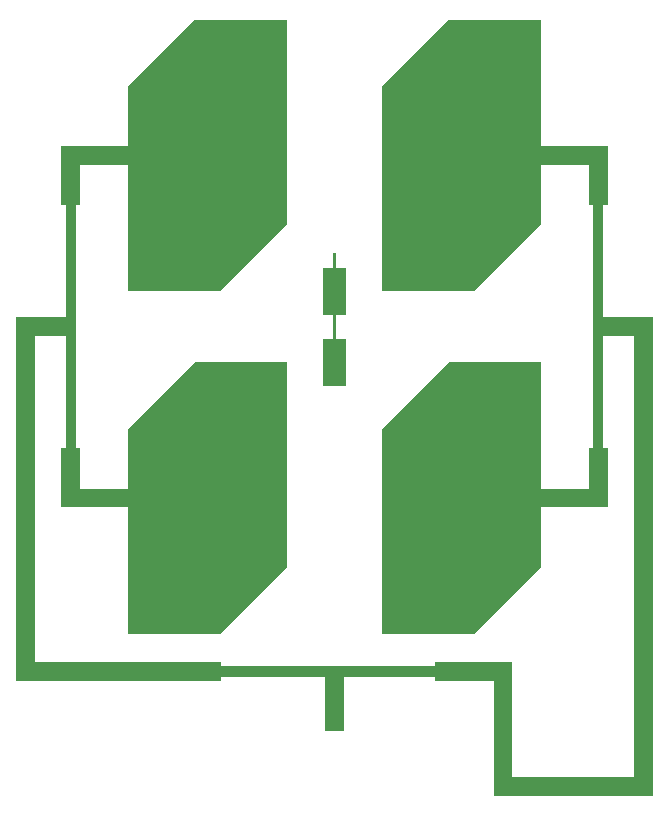
<source format=gbr>
G04 =======================================* 
G04 File Format: RS-274X * 
G04 Date:        April 12 2023 * 
G04 Time:        09:41:58 * 
G04 =======================================* 
G04 Format description *** 
G04 Code:          ASCII * 
G04 Unit:          Millimeter * 
G04 Coordinates:   Absolut * 
G04 Digits:        3.3-format * 
G04 Zeros skipped: Leading zeros omitted * 
G04 =======================================* 
%FSLAX33Y33*%
%MOMM*%
G90*
G71*
%LPD*%
G36*
G01X15070Y-30600D02*
G01X15070Y-20900D01*
G01X8470Y-20900D01*
G01X8470Y-21250D01*
G01X-9570Y-21250D01*
G01X-9570Y-20900D01*
G01X-25370Y-20900D01*
G01X-25370Y6700D01*
G01X-22770Y6700D01*
G01X-22770Y-2800D01*
G01X-23120Y-2800D01*
G01X-23120Y-7800D01*
G01X-17500Y-7800D01*
G01X-17500Y-18500D01*
G01X-9656Y-18500D01*
G01X-4000Y-12843D01*
G01X-4000Y4500D01*
G01X-11843Y4500D01*
G01X-17500Y-1156D01*
G01X-17500Y-6200D01*
G01X-21520Y-6200D01*
G01X-21520Y-2800D01*
G01X-21870Y-2800D01*
G01X-21870Y17800D01*
G01X-21520Y17800D01*
G01X-21520Y21200D01*
G01X-17500Y21200D01*
G01X-17500Y10500D01*
G01X-9656Y10500D01*
G01X-4000Y16156D01*
G01X-4000Y33500D01*
G01X-11843Y33500D01*
G01X-17500Y27843D01*
G01X-17500Y22800D01*
G01X-23120Y22800D01*
G01X-23120Y17800D01*
G01X-22770Y17800D01*
G01X-22770Y8300D01*
G01X-26970Y8300D01*
G01X-26970Y-22500D01*
G01X-9570Y-22500D01*
G01X-9570Y-22150D01*
G01X-800Y-22150D01*
G01X-800Y-26700D01*
G01X800Y-26700D01*
G01X800Y-22150D01*
G01X8470Y-22150D01*
G01X8470Y-22500D01*
G01X13470Y-22500D01*
G01X13470Y-32200D01*
G01X26970Y-32200D01*
G01X26970Y8300D01*
G01X22770Y8300D01*
G01X22770Y17800D01*
G01X23120Y17800D01*
G01X23120Y22800D01*
G01X17500Y22800D01*
G01X17500Y33500D01*
G01X9656Y33500D01*
G01X4000Y27843D01*
G01X4000Y10500D01*
G01X11843Y10500D01*
G01X17500Y16156D01*
G01X17500Y21200D01*
G01X21520Y21200D01*
G01X21520Y17800D01*
G01X21870Y17800D01*
G01X21870Y-2800D01*
G01X21520Y-2800D01*
G01X21520Y-6200D01*
G01X17500Y-6200D01*
G01X17500Y4500D01*
G01X9656Y4500D01*
G01X4000Y-1156D01*
G01X4000Y-18500D01*
G01X11843Y-18500D01*
G01X17500Y-12843D01*
G01X17500Y-7800D01*
G01X23120Y-7800D01*
G01X23120Y-2800D01*
G01X22770Y-2800D01*
G01X22770Y6700D01*
G01X25370Y6700D01*
G01X25370Y-30600D01*
G37*
%LPD*%
G36*
G01X-1000Y2500D02*
G01X1000Y2500D01*
G01X1000Y6500D01*
G01X150Y6500D01*
G01X150Y8500D01*
G01X1000Y8500D01*
G01X1000Y12500D01*
G01X150Y12500D01*
G01X150Y13700D01*
G01X-150Y13700D01*
G01X-150Y12500D01*
G01X-1000Y12500D01*
G01X-1000Y8500D01*
G01X-150Y8500D01*
G01X-150Y6500D01*
G01X-1000Y6500D01*
G37*
M02* 
G04 End Of Gerber File* 

</source>
